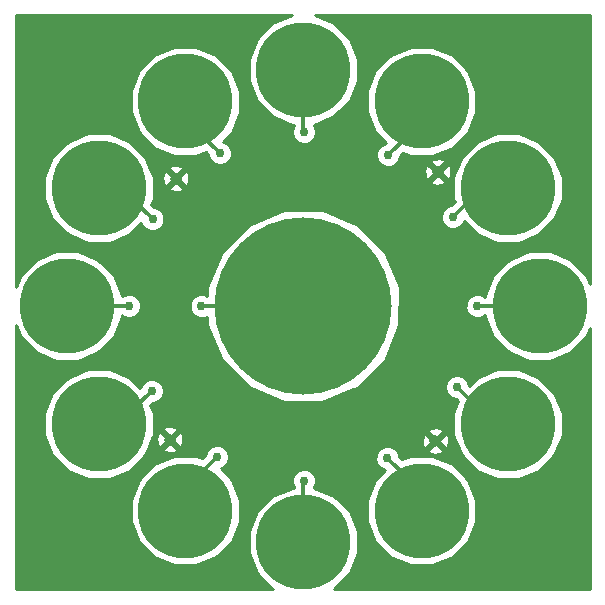
<source format=gtl>
%TF.GenerationSoftware,KiCad,Pcbnew,4.0.2-4+6225~38~ubuntu14.04.1-stable*%
%TF.CreationDate,2016-04-11T13:56:08+01:00*%
%TF.ProjectId,clockface,636C6F636B666163652E6B696361645F,rev?*%
%TF.FileFunction,Copper,L1,Top,Signal*%
%FSLAX46Y46*%
G04 Gerber Fmt 4.6, Leading zero omitted, Abs format (unit mm)*
G04 Created by KiCad (PCBNEW 4.0.2-4+6225~38~ubuntu14.04.1-stable) date Mon 11 Apr 2016 13:56:08 BST*
%MOMM*%
G01*
G04 APERTURE LIST*
%ADD10C,0.100000*%
%ADD11C,1.000000*%
%ADD12C,15.000000*%
%ADD13C,8.000000*%
%ADD14C,0.750000*%
%ADD15C,0.305000*%
%ADD16C,0.254000*%
G04 APERTURE END LIST*
D10*
D11*
X137074001Y-83136000D03*
X159248201Y-82577200D03*
X159045001Y-105361000D03*
X136566001Y-105234000D03*
D12*
X147869001Y-93931000D03*
D13*
X147869001Y-73931000D03*
X157869000Y-76610492D03*
X165189509Y-83931000D03*
X167869001Y-93931000D03*
X165189509Y-103930999D03*
X157869000Y-111251508D03*
X147869001Y-113931000D03*
X137869001Y-111251508D03*
X130548493Y-103931000D03*
X127869001Y-93931000D03*
X130548493Y-83931000D03*
X137869001Y-76610492D03*
D14*
X164252001Y-77421000D03*
X131485640Y-77294740D03*
X164633001Y-110696101D03*
X131168140Y-110632240D03*
X140807801Y-81002400D03*
X135092801Y-86565740D03*
X133111601Y-93905600D03*
X135016601Y-101119200D03*
X140566140Y-106707200D03*
X147932140Y-108713800D03*
X154981001Y-106783400D03*
X160873801Y-100789000D03*
X162601001Y-93931740D03*
X160505140Y-86412600D03*
X155057201Y-81129400D03*
X139233191Y-93931190D03*
X147932140Y-79199000D03*
D15*
X159426001Y-82247000D02*
X164252001Y-77421000D01*
X159426001Y-82755000D02*
X159426001Y-82247000D01*
X134153001Y-107647379D02*
X134153001Y-107647000D01*
X134153001Y-107647000D02*
X136566001Y-105234000D01*
X159045001Y-105361000D02*
X159297900Y-105361000D01*
X159297900Y-105361000D02*
X161585001Y-107648101D01*
X131485640Y-77294740D02*
X131485640Y-77547639D01*
X131485640Y-77547639D02*
X137074001Y-83136000D01*
X164633001Y-110696101D02*
X161585001Y-107648101D01*
X134153001Y-107647379D02*
X131168140Y-110632240D01*
X161585001Y-107648101D02*
X161585001Y-107647000D01*
X140807801Y-81002400D02*
X137869001Y-78063600D01*
X137869001Y-78063600D02*
X137869001Y-76610492D01*
X135092801Y-86565740D02*
X132458061Y-83931000D01*
X132458061Y-83931000D02*
X130548493Y-83931000D01*
X133086201Y-93931000D02*
X127869001Y-93931000D01*
X133111601Y-93905600D02*
X133086201Y-93931000D01*
X127894401Y-93905600D02*
X127869001Y-93931000D01*
X135016601Y-101119200D02*
X132204801Y-103931000D01*
X132204801Y-103931000D02*
X130548493Y-103931000D01*
X140566140Y-106707200D02*
X137869001Y-109404339D01*
X137869001Y-109404339D02*
X137869001Y-111251508D01*
X147869001Y-113931000D02*
X147869001Y-108776939D01*
X147869001Y-108776939D02*
X147932140Y-108713800D01*
X154981001Y-106783400D02*
X157869000Y-109671399D01*
X157869000Y-109671399D02*
X157869000Y-111251508D01*
X160873801Y-100789000D02*
X164015800Y-103930999D01*
X164015800Y-103930999D02*
X165189509Y-103930999D01*
X167869001Y-93931000D02*
X162601741Y-93931000D01*
X162601741Y-93931000D02*
X162601001Y-93931740D01*
X167843601Y-93905600D02*
X167869001Y-93931000D01*
X160505140Y-86412600D02*
X162986740Y-83931000D01*
X162986740Y-83931000D02*
X165189509Y-83931000D01*
X155057201Y-81129400D02*
X157869000Y-78317601D01*
X157869000Y-78317601D02*
X157869000Y-76610492D01*
X147869001Y-93931000D02*
X139233381Y-93931000D01*
X139233381Y-93931000D02*
X139233191Y-93931190D01*
X147869001Y-73931000D02*
X147869001Y-79135861D01*
X147869001Y-79135861D02*
X147932140Y-79199000D01*
D16*
G36*
X145246914Y-69999347D02*
X143941930Y-71302055D01*
X143234807Y-73004997D01*
X143233198Y-74848914D01*
X143937348Y-76553087D01*
X145240056Y-77858071D01*
X146942998Y-78565194D01*
X147081501Y-78565315D01*
X147081501Y-78621045D01*
X147076403Y-78626134D01*
X146922316Y-78997217D01*
X146921965Y-79399020D01*
X147075404Y-79770372D01*
X147359274Y-80054737D01*
X147730357Y-80208824D01*
X148132160Y-80209175D01*
X148503512Y-80055736D01*
X148787877Y-79771866D01*
X148941964Y-79400783D01*
X148942315Y-78998980D01*
X148788876Y-78627628D01*
X148728106Y-78566752D01*
X148786915Y-78566803D01*
X150491088Y-77862653D01*
X150825918Y-77528406D01*
X153233197Y-77528406D01*
X153937347Y-79232579D01*
X154832590Y-80129386D01*
X154485829Y-80272664D01*
X154201464Y-80556534D01*
X154047377Y-80927617D01*
X154047026Y-81329420D01*
X154200465Y-81700772D01*
X154484335Y-81985137D01*
X154855418Y-82139224D01*
X155257221Y-82139575D01*
X155628573Y-81986136D01*
X155827960Y-81787096D01*
X158637702Y-81787096D01*
X159248201Y-82397595D01*
X159858700Y-81787096D01*
X159821553Y-81571983D01*
X159393229Y-81429088D01*
X158942826Y-81460983D01*
X158674849Y-81571983D01*
X158637702Y-81787096D01*
X155827960Y-81787096D01*
X155912938Y-81702266D01*
X156067025Y-81331183D01*
X156067111Y-81233184D01*
X156315972Y-80984323D01*
X156942997Y-81244686D01*
X158786914Y-81246295D01*
X160491087Y-80542145D01*
X161796071Y-79239437D01*
X162503194Y-77536495D01*
X162504803Y-75692578D01*
X161800653Y-73988405D01*
X160497945Y-72683421D01*
X158795003Y-71976298D01*
X156951086Y-71974689D01*
X155246913Y-72678839D01*
X153941929Y-73981547D01*
X153234806Y-75684489D01*
X153233197Y-77528406D01*
X150825918Y-77528406D01*
X151796072Y-76559945D01*
X152503195Y-74857003D01*
X152504804Y-73013086D01*
X151800654Y-71308913D01*
X150497946Y-70003929D01*
X148834003Y-69313000D01*
X172107000Y-69313000D01*
X172107000Y-92050327D01*
X171800654Y-91308913D01*
X170497946Y-90003929D01*
X168795004Y-89296806D01*
X166951087Y-89295197D01*
X165246914Y-89999347D01*
X163941930Y-91302055D01*
X163234807Y-93004997D01*
X163234692Y-93136934D01*
X163173867Y-93076003D01*
X162802784Y-92921916D01*
X162400981Y-92921565D01*
X162029629Y-93075004D01*
X161745264Y-93358874D01*
X161591177Y-93729957D01*
X161590826Y-94131760D01*
X161744265Y-94503112D01*
X162028135Y-94787477D01*
X162399218Y-94941564D01*
X162801021Y-94941915D01*
X163172373Y-94788476D01*
X163233304Y-94727651D01*
X163233198Y-94848914D01*
X163937348Y-96553087D01*
X165240056Y-97858071D01*
X166942998Y-98565194D01*
X168786915Y-98566803D01*
X170491088Y-97862653D01*
X171796072Y-96559945D01*
X172107000Y-95811147D01*
X172107000Y-117893000D01*
X150417643Y-117893000D01*
X150491088Y-117862653D01*
X151796072Y-116559945D01*
X152503195Y-114857003D01*
X152504804Y-113013086D01*
X152156210Y-112169422D01*
X153233197Y-112169422D01*
X153937347Y-113873595D01*
X155240055Y-115178579D01*
X156942997Y-115885702D01*
X158786914Y-115887311D01*
X160491087Y-115183161D01*
X161796071Y-113880453D01*
X162503194Y-112177511D01*
X162504803Y-110333594D01*
X161800653Y-108629421D01*
X160497945Y-107324437D01*
X158795003Y-106617314D01*
X156951086Y-106615705D01*
X156226424Y-106915129D01*
X155991092Y-106679797D01*
X155991176Y-106583380D01*
X155837737Y-106212028D01*
X155776920Y-106151104D01*
X158434502Y-106151104D01*
X158471649Y-106366217D01*
X158899973Y-106509112D01*
X159350376Y-106477217D01*
X159618353Y-106366217D01*
X159655500Y-106151104D01*
X159045001Y-105540605D01*
X158434502Y-106151104D01*
X155776920Y-106151104D01*
X155553867Y-105927663D01*
X155182784Y-105773576D01*
X154780981Y-105773225D01*
X154409629Y-105926664D01*
X154125264Y-106210534D01*
X153971177Y-106581617D01*
X153970826Y-106983420D01*
X154124265Y-107354772D01*
X154408135Y-107639137D01*
X154774627Y-107791318D01*
X153941929Y-108622563D01*
X153234806Y-110325505D01*
X153233197Y-112169422D01*
X152156210Y-112169422D01*
X151800654Y-111308913D01*
X150497946Y-110003929D01*
X148795004Y-109296806D01*
X148777734Y-109296791D01*
X148787877Y-109286666D01*
X148941964Y-108915583D01*
X148942315Y-108513780D01*
X148788876Y-108142428D01*
X148505006Y-107858063D01*
X148133923Y-107703976D01*
X147732120Y-107703625D01*
X147360768Y-107857064D01*
X147076403Y-108140934D01*
X146922316Y-108512017D01*
X146921965Y-108913820D01*
X147075404Y-109285172D01*
X147081501Y-109291280D01*
X147081501Y-109295311D01*
X146951087Y-109295197D01*
X145246914Y-109999347D01*
X143941930Y-111302055D01*
X143234807Y-113004997D01*
X143233198Y-114848914D01*
X143937348Y-116553087D01*
X145240056Y-117858071D01*
X145324174Y-117893000D01*
X123527000Y-117893000D01*
X123527000Y-112169422D01*
X133233198Y-112169422D01*
X133937348Y-113873595D01*
X135240056Y-115178579D01*
X136942998Y-115885702D01*
X138786915Y-115887311D01*
X140491088Y-115183161D01*
X141796072Y-113880453D01*
X142503195Y-112177511D01*
X142504804Y-110333594D01*
X141800654Y-108629421D01*
X140853977Y-107681090D01*
X141137512Y-107563936D01*
X141421877Y-107280066D01*
X141575964Y-106908983D01*
X141576315Y-106507180D01*
X141422876Y-106135828D01*
X141139006Y-105851463D01*
X140767923Y-105697376D01*
X140366120Y-105697025D01*
X139994768Y-105850464D01*
X139710403Y-106134334D01*
X139556316Y-106505417D01*
X139556230Y-106603416D01*
X139323063Y-106836583D01*
X138795004Y-106617314D01*
X136951087Y-106615705D01*
X135246914Y-107319855D01*
X133941930Y-108622563D01*
X133234807Y-110325505D01*
X133233198Y-112169422D01*
X123527000Y-112169422D01*
X123527000Y-104848914D01*
X125912690Y-104848914D01*
X126616840Y-106553087D01*
X127919548Y-107858071D01*
X129622490Y-108565194D01*
X131466407Y-108566803D01*
X133170580Y-107862653D01*
X134475564Y-106559945D01*
X134698064Y-106024104D01*
X135955502Y-106024104D01*
X135992649Y-106239217D01*
X136420973Y-106382112D01*
X136871376Y-106350217D01*
X137139353Y-106239217D01*
X137176500Y-106024104D01*
X136566001Y-105413605D01*
X135955502Y-106024104D01*
X134698064Y-106024104D01*
X135086365Y-105088972D01*
X135417889Y-105088972D01*
X135449784Y-105539375D01*
X135560784Y-105807352D01*
X135775897Y-105844499D01*
X136386396Y-105234000D01*
X136745606Y-105234000D01*
X137356105Y-105844499D01*
X137571218Y-105807352D01*
X137714113Y-105379028D01*
X137702567Y-105215972D01*
X157896889Y-105215972D01*
X157928784Y-105666375D01*
X158039784Y-105934352D01*
X158254897Y-105971499D01*
X158865396Y-105361000D01*
X159224606Y-105361000D01*
X159835105Y-105971499D01*
X160050218Y-105934352D01*
X160193113Y-105506028D01*
X160161218Y-105055625D01*
X160050218Y-104787648D01*
X159835105Y-104750501D01*
X159224606Y-105361000D01*
X158865396Y-105361000D01*
X158254897Y-104750501D01*
X158039784Y-104787648D01*
X157896889Y-105215972D01*
X137702567Y-105215972D01*
X137682218Y-104928625D01*
X137571218Y-104660648D01*
X137356105Y-104623501D01*
X136745606Y-105234000D01*
X136386396Y-105234000D01*
X135775897Y-104623501D01*
X135560784Y-104660648D01*
X135417889Y-105088972D01*
X135086365Y-105088972D01*
X135182687Y-104857003D01*
X135183047Y-104443896D01*
X135955502Y-104443896D01*
X136566001Y-105054395D01*
X137049500Y-104570896D01*
X158434502Y-104570896D01*
X159045001Y-105181395D01*
X159655500Y-104570896D01*
X159618353Y-104355783D01*
X159190029Y-104212888D01*
X158739626Y-104244783D01*
X158471649Y-104355783D01*
X158434502Y-104570896D01*
X137049500Y-104570896D01*
X137176500Y-104443896D01*
X137139353Y-104228783D01*
X136711029Y-104085888D01*
X136260626Y-104117783D01*
X135992649Y-104228783D01*
X135955502Y-104443896D01*
X135183047Y-104443896D01*
X135184296Y-103013086D01*
X134907151Y-102342343D01*
X135120203Y-102129291D01*
X135216621Y-102129375D01*
X135587973Y-101975936D01*
X135872338Y-101692066D01*
X136026425Y-101320983D01*
X136026776Y-100919180D01*
X135873337Y-100547828D01*
X135589467Y-100263463D01*
X135218384Y-100109376D01*
X134816581Y-100109025D01*
X134445229Y-100262464D01*
X134160864Y-100546334D01*
X134031029Y-100859011D01*
X133177438Y-100003929D01*
X131474496Y-99296806D01*
X129630579Y-99295197D01*
X127926406Y-99999347D01*
X126621422Y-101302055D01*
X125914299Y-103004997D01*
X125912690Y-104848914D01*
X123527000Y-104848914D01*
X123527000Y-95559969D01*
X123937348Y-96553087D01*
X125240056Y-97858071D01*
X126942998Y-98565194D01*
X128786915Y-98566803D01*
X130491088Y-97862653D01*
X131796072Y-96559945D01*
X132503195Y-94857003D01*
X132503309Y-94725850D01*
X132538735Y-94761337D01*
X132909818Y-94915424D01*
X133311621Y-94915775D01*
X133682973Y-94762336D01*
X133967338Y-94478466D01*
X134111531Y-94131210D01*
X138223016Y-94131210D01*
X138376455Y-94502562D01*
X138660325Y-94786927D01*
X139031408Y-94941014D01*
X139433211Y-94941365D01*
X139733224Y-94817402D01*
X139732592Y-95542052D01*
X140968462Y-98533087D01*
X143254877Y-100823496D01*
X146243750Y-102064585D01*
X149480053Y-102067409D01*
X152089954Y-100989020D01*
X159863626Y-100989020D01*
X160017065Y-101360372D01*
X160300935Y-101644737D01*
X160672018Y-101798824D01*
X160770017Y-101798910D01*
X160972180Y-102001073D01*
X160555315Y-103004996D01*
X160553706Y-104848913D01*
X161257856Y-106553086D01*
X162560564Y-107858070D01*
X164263506Y-108565193D01*
X166107423Y-108566802D01*
X167811596Y-107862652D01*
X169116580Y-106559944D01*
X169823703Y-104857002D01*
X169825312Y-103013085D01*
X169121162Y-101308912D01*
X167818454Y-100003928D01*
X166115512Y-99296805D01*
X164271595Y-99295196D01*
X162567422Y-99999346D01*
X161883895Y-100681681D01*
X161883976Y-100588980D01*
X161730537Y-100217628D01*
X161446667Y-99933263D01*
X161075584Y-99779176D01*
X160673781Y-99778825D01*
X160302429Y-99932264D01*
X160018064Y-100216134D01*
X159863977Y-100587217D01*
X159863626Y-100989020D01*
X152089954Y-100989020D01*
X152471088Y-100831539D01*
X154761497Y-98545124D01*
X156002586Y-95556251D01*
X156005410Y-92319948D01*
X154769540Y-89328913D01*
X152483125Y-87038504D01*
X151457483Y-86612620D01*
X159494965Y-86612620D01*
X159648404Y-86983972D01*
X159932274Y-87268337D01*
X160303357Y-87422424D01*
X160705160Y-87422775D01*
X161076512Y-87269336D01*
X161360877Y-86985466D01*
X161457410Y-86752989D01*
X162560564Y-87858071D01*
X164263506Y-88565194D01*
X166107423Y-88566803D01*
X167811596Y-87862653D01*
X169116580Y-86559945D01*
X169823703Y-84857003D01*
X169825312Y-83013086D01*
X169121162Y-81308913D01*
X167818454Y-80003929D01*
X166115512Y-79296806D01*
X164271595Y-79295197D01*
X162567422Y-79999347D01*
X161262438Y-81302055D01*
X160555315Y-83004997D01*
X160553706Y-84848914D01*
X160671076Y-85132971D01*
X160401537Y-85402509D01*
X160305120Y-85402425D01*
X159933768Y-85555864D01*
X159649403Y-85839734D01*
X159495316Y-86210817D01*
X159494965Y-86612620D01*
X151457483Y-86612620D01*
X149494252Y-85797415D01*
X146257949Y-85794591D01*
X143266914Y-87030461D01*
X140976505Y-89316876D01*
X139735416Y-92305749D01*
X139734770Y-93045852D01*
X139434974Y-92921366D01*
X139033171Y-92921015D01*
X138661819Y-93074454D01*
X138377454Y-93358324D01*
X138223367Y-93729407D01*
X138223016Y-94131210D01*
X134111531Y-94131210D01*
X134121425Y-94107383D01*
X134121776Y-93705580D01*
X133968337Y-93334228D01*
X133684467Y-93049863D01*
X133313384Y-92895776D01*
X132911581Y-92895425D01*
X132540229Y-93048864D01*
X132504742Y-93084289D01*
X132504804Y-93013086D01*
X131800654Y-91308913D01*
X130497946Y-90003929D01*
X128795004Y-89296806D01*
X126951087Y-89295197D01*
X125246914Y-89999347D01*
X123941930Y-91302055D01*
X123527000Y-92301318D01*
X123527000Y-84848914D01*
X125912690Y-84848914D01*
X126616840Y-86553087D01*
X127919548Y-87858071D01*
X129622490Y-88565194D01*
X131466407Y-88566803D01*
X133170580Y-87862653D01*
X134137165Y-86897754D01*
X134236065Y-87137112D01*
X134519935Y-87421477D01*
X134891018Y-87575564D01*
X135292821Y-87575915D01*
X135664173Y-87422476D01*
X135948538Y-87138606D01*
X136102625Y-86767523D01*
X136102976Y-86365720D01*
X135949537Y-85994368D01*
X135665667Y-85710003D01*
X135294584Y-85555916D01*
X135196585Y-85555830D01*
X134981726Y-85340971D01*
X135182687Y-84857003D01*
X135183499Y-83926104D01*
X136463502Y-83926104D01*
X136500649Y-84141217D01*
X136928973Y-84284112D01*
X137379376Y-84252217D01*
X137647353Y-84141217D01*
X137684500Y-83926104D01*
X137074001Y-83315605D01*
X136463502Y-83926104D01*
X135183499Y-83926104D01*
X135184296Y-83013086D01*
X135175159Y-82990972D01*
X135925889Y-82990972D01*
X135957784Y-83441375D01*
X136068784Y-83709352D01*
X136283897Y-83746499D01*
X136894396Y-83136000D01*
X137253606Y-83136000D01*
X137864105Y-83746499D01*
X138079218Y-83709352D01*
X138193330Y-83367304D01*
X158637702Y-83367304D01*
X158674849Y-83582417D01*
X159103173Y-83725312D01*
X159553576Y-83693417D01*
X159821553Y-83582417D01*
X159858700Y-83367304D01*
X159248201Y-82756805D01*
X158637702Y-83367304D01*
X138193330Y-83367304D01*
X138222113Y-83281028D01*
X138190218Y-82830625D01*
X138079218Y-82562648D01*
X137864105Y-82525501D01*
X137253606Y-83136000D01*
X136894396Y-83136000D01*
X136283897Y-82525501D01*
X136068784Y-82562648D01*
X135925889Y-82990972D01*
X135175159Y-82990972D01*
X134908619Y-82345896D01*
X136463502Y-82345896D01*
X137074001Y-82956395D01*
X137598224Y-82432172D01*
X158100089Y-82432172D01*
X158131984Y-82882575D01*
X158242984Y-83150552D01*
X158458097Y-83187699D01*
X159068596Y-82577200D01*
X159427806Y-82577200D01*
X160038305Y-83187699D01*
X160253418Y-83150552D01*
X160396313Y-82722228D01*
X160364418Y-82271825D01*
X160253418Y-82003848D01*
X160038305Y-81966701D01*
X159427806Y-82577200D01*
X159068596Y-82577200D01*
X158458097Y-81966701D01*
X158242984Y-82003848D01*
X158100089Y-82432172D01*
X137598224Y-82432172D01*
X137684500Y-82345896D01*
X137647353Y-82130783D01*
X137219029Y-81987888D01*
X136768626Y-82019783D01*
X136500649Y-82130783D01*
X136463502Y-82345896D01*
X134908619Y-82345896D01*
X134480146Y-81308913D01*
X133177438Y-80003929D01*
X131474496Y-79296806D01*
X129630579Y-79295197D01*
X127926406Y-79999347D01*
X126621422Y-81302055D01*
X125914299Y-83004997D01*
X125912690Y-84848914D01*
X123527000Y-84848914D01*
X123527000Y-77528406D01*
X133233198Y-77528406D01*
X133937348Y-79232579D01*
X135240056Y-80537563D01*
X136942998Y-81244686D01*
X138786915Y-81246295D01*
X139601446Y-80909738D01*
X139797710Y-81106002D01*
X139797626Y-81202420D01*
X139951065Y-81573772D01*
X140234935Y-81858137D01*
X140606018Y-82012224D01*
X141007821Y-82012575D01*
X141379173Y-81859136D01*
X141663538Y-81575266D01*
X141817625Y-81204183D01*
X141817976Y-80802380D01*
X141664537Y-80431028D01*
X141380667Y-80146663D01*
X141032207Y-80001970D01*
X141796072Y-79239437D01*
X142503195Y-77536495D01*
X142504804Y-75692578D01*
X141800654Y-73988405D01*
X140497946Y-72683421D01*
X138795004Y-71976298D01*
X136951087Y-71974689D01*
X135246914Y-72678839D01*
X133941930Y-73981547D01*
X133234807Y-75684489D01*
X133233198Y-77528406D01*
X123527000Y-77528406D01*
X123527000Y-69313000D01*
X146908000Y-69313000D01*
X145246914Y-69999347D01*
X145246914Y-69999347D01*
G37*
X145246914Y-69999347D02*
X143941930Y-71302055D01*
X143234807Y-73004997D01*
X143233198Y-74848914D01*
X143937348Y-76553087D01*
X145240056Y-77858071D01*
X146942998Y-78565194D01*
X147081501Y-78565315D01*
X147081501Y-78621045D01*
X147076403Y-78626134D01*
X146922316Y-78997217D01*
X146921965Y-79399020D01*
X147075404Y-79770372D01*
X147359274Y-80054737D01*
X147730357Y-80208824D01*
X148132160Y-80209175D01*
X148503512Y-80055736D01*
X148787877Y-79771866D01*
X148941964Y-79400783D01*
X148942315Y-78998980D01*
X148788876Y-78627628D01*
X148728106Y-78566752D01*
X148786915Y-78566803D01*
X150491088Y-77862653D01*
X150825918Y-77528406D01*
X153233197Y-77528406D01*
X153937347Y-79232579D01*
X154832590Y-80129386D01*
X154485829Y-80272664D01*
X154201464Y-80556534D01*
X154047377Y-80927617D01*
X154047026Y-81329420D01*
X154200465Y-81700772D01*
X154484335Y-81985137D01*
X154855418Y-82139224D01*
X155257221Y-82139575D01*
X155628573Y-81986136D01*
X155827960Y-81787096D01*
X158637702Y-81787096D01*
X159248201Y-82397595D01*
X159858700Y-81787096D01*
X159821553Y-81571983D01*
X159393229Y-81429088D01*
X158942826Y-81460983D01*
X158674849Y-81571983D01*
X158637702Y-81787096D01*
X155827960Y-81787096D01*
X155912938Y-81702266D01*
X156067025Y-81331183D01*
X156067111Y-81233184D01*
X156315972Y-80984323D01*
X156942997Y-81244686D01*
X158786914Y-81246295D01*
X160491087Y-80542145D01*
X161796071Y-79239437D01*
X162503194Y-77536495D01*
X162504803Y-75692578D01*
X161800653Y-73988405D01*
X160497945Y-72683421D01*
X158795003Y-71976298D01*
X156951086Y-71974689D01*
X155246913Y-72678839D01*
X153941929Y-73981547D01*
X153234806Y-75684489D01*
X153233197Y-77528406D01*
X150825918Y-77528406D01*
X151796072Y-76559945D01*
X152503195Y-74857003D01*
X152504804Y-73013086D01*
X151800654Y-71308913D01*
X150497946Y-70003929D01*
X148834003Y-69313000D01*
X172107000Y-69313000D01*
X172107000Y-92050327D01*
X171800654Y-91308913D01*
X170497946Y-90003929D01*
X168795004Y-89296806D01*
X166951087Y-89295197D01*
X165246914Y-89999347D01*
X163941930Y-91302055D01*
X163234807Y-93004997D01*
X163234692Y-93136934D01*
X163173867Y-93076003D01*
X162802784Y-92921916D01*
X162400981Y-92921565D01*
X162029629Y-93075004D01*
X161745264Y-93358874D01*
X161591177Y-93729957D01*
X161590826Y-94131760D01*
X161744265Y-94503112D01*
X162028135Y-94787477D01*
X162399218Y-94941564D01*
X162801021Y-94941915D01*
X163172373Y-94788476D01*
X163233304Y-94727651D01*
X163233198Y-94848914D01*
X163937348Y-96553087D01*
X165240056Y-97858071D01*
X166942998Y-98565194D01*
X168786915Y-98566803D01*
X170491088Y-97862653D01*
X171796072Y-96559945D01*
X172107000Y-95811147D01*
X172107000Y-117893000D01*
X150417643Y-117893000D01*
X150491088Y-117862653D01*
X151796072Y-116559945D01*
X152503195Y-114857003D01*
X152504804Y-113013086D01*
X152156210Y-112169422D01*
X153233197Y-112169422D01*
X153937347Y-113873595D01*
X155240055Y-115178579D01*
X156942997Y-115885702D01*
X158786914Y-115887311D01*
X160491087Y-115183161D01*
X161796071Y-113880453D01*
X162503194Y-112177511D01*
X162504803Y-110333594D01*
X161800653Y-108629421D01*
X160497945Y-107324437D01*
X158795003Y-106617314D01*
X156951086Y-106615705D01*
X156226424Y-106915129D01*
X155991092Y-106679797D01*
X155991176Y-106583380D01*
X155837737Y-106212028D01*
X155776920Y-106151104D01*
X158434502Y-106151104D01*
X158471649Y-106366217D01*
X158899973Y-106509112D01*
X159350376Y-106477217D01*
X159618353Y-106366217D01*
X159655500Y-106151104D01*
X159045001Y-105540605D01*
X158434502Y-106151104D01*
X155776920Y-106151104D01*
X155553867Y-105927663D01*
X155182784Y-105773576D01*
X154780981Y-105773225D01*
X154409629Y-105926664D01*
X154125264Y-106210534D01*
X153971177Y-106581617D01*
X153970826Y-106983420D01*
X154124265Y-107354772D01*
X154408135Y-107639137D01*
X154774627Y-107791318D01*
X153941929Y-108622563D01*
X153234806Y-110325505D01*
X153233197Y-112169422D01*
X152156210Y-112169422D01*
X151800654Y-111308913D01*
X150497946Y-110003929D01*
X148795004Y-109296806D01*
X148777734Y-109296791D01*
X148787877Y-109286666D01*
X148941964Y-108915583D01*
X148942315Y-108513780D01*
X148788876Y-108142428D01*
X148505006Y-107858063D01*
X148133923Y-107703976D01*
X147732120Y-107703625D01*
X147360768Y-107857064D01*
X147076403Y-108140934D01*
X146922316Y-108512017D01*
X146921965Y-108913820D01*
X147075404Y-109285172D01*
X147081501Y-109291280D01*
X147081501Y-109295311D01*
X146951087Y-109295197D01*
X145246914Y-109999347D01*
X143941930Y-111302055D01*
X143234807Y-113004997D01*
X143233198Y-114848914D01*
X143937348Y-116553087D01*
X145240056Y-117858071D01*
X145324174Y-117893000D01*
X123527000Y-117893000D01*
X123527000Y-112169422D01*
X133233198Y-112169422D01*
X133937348Y-113873595D01*
X135240056Y-115178579D01*
X136942998Y-115885702D01*
X138786915Y-115887311D01*
X140491088Y-115183161D01*
X141796072Y-113880453D01*
X142503195Y-112177511D01*
X142504804Y-110333594D01*
X141800654Y-108629421D01*
X140853977Y-107681090D01*
X141137512Y-107563936D01*
X141421877Y-107280066D01*
X141575964Y-106908983D01*
X141576315Y-106507180D01*
X141422876Y-106135828D01*
X141139006Y-105851463D01*
X140767923Y-105697376D01*
X140366120Y-105697025D01*
X139994768Y-105850464D01*
X139710403Y-106134334D01*
X139556316Y-106505417D01*
X139556230Y-106603416D01*
X139323063Y-106836583D01*
X138795004Y-106617314D01*
X136951087Y-106615705D01*
X135246914Y-107319855D01*
X133941930Y-108622563D01*
X133234807Y-110325505D01*
X133233198Y-112169422D01*
X123527000Y-112169422D01*
X123527000Y-104848914D01*
X125912690Y-104848914D01*
X126616840Y-106553087D01*
X127919548Y-107858071D01*
X129622490Y-108565194D01*
X131466407Y-108566803D01*
X133170580Y-107862653D01*
X134475564Y-106559945D01*
X134698064Y-106024104D01*
X135955502Y-106024104D01*
X135992649Y-106239217D01*
X136420973Y-106382112D01*
X136871376Y-106350217D01*
X137139353Y-106239217D01*
X137176500Y-106024104D01*
X136566001Y-105413605D01*
X135955502Y-106024104D01*
X134698064Y-106024104D01*
X135086365Y-105088972D01*
X135417889Y-105088972D01*
X135449784Y-105539375D01*
X135560784Y-105807352D01*
X135775897Y-105844499D01*
X136386396Y-105234000D01*
X136745606Y-105234000D01*
X137356105Y-105844499D01*
X137571218Y-105807352D01*
X137714113Y-105379028D01*
X137702567Y-105215972D01*
X157896889Y-105215972D01*
X157928784Y-105666375D01*
X158039784Y-105934352D01*
X158254897Y-105971499D01*
X158865396Y-105361000D01*
X159224606Y-105361000D01*
X159835105Y-105971499D01*
X160050218Y-105934352D01*
X160193113Y-105506028D01*
X160161218Y-105055625D01*
X160050218Y-104787648D01*
X159835105Y-104750501D01*
X159224606Y-105361000D01*
X158865396Y-105361000D01*
X158254897Y-104750501D01*
X158039784Y-104787648D01*
X157896889Y-105215972D01*
X137702567Y-105215972D01*
X137682218Y-104928625D01*
X137571218Y-104660648D01*
X137356105Y-104623501D01*
X136745606Y-105234000D01*
X136386396Y-105234000D01*
X135775897Y-104623501D01*
X135560784Y-104660648D01*
X135417889Y-105088972D01*
X135086365Y-105088972D01*
X135182687Y-104857003D01*
X135183047Y-104443896D01*
X135955502Y-104443896D01*
X136566001Y-105054395D01*
X137049500Y-104570896D01*
X158434502Y-104570896D01*
X159045001Y-105181395D01*
X159655500Y-104570896D01*
X159618353Y-104355783D01*
X159190029Y-104212888D01*
X158739626Y-104244783D01*
X158471649Y-104355783D01*
X158434502Y-104570896D01*
X137049500Y-104570896D01*
X137176500Y-104443896D01*
X137139353Y-104228783D01*
X136711029Y-104085888D01*
X136260626Y-104117783D01*
X135992649Y-104228783D01*
X135955502Y-104443896D01*
X135183047Y-104443896D01*
X135184296Y-103013086D01*
X134907151Y-102342343D01*
X135120203Y-102129291D01*
X135216621Y-102129375D01*
X135587973Y-101975936D01*
X135872338Y-101692066D01*
X136026425Y-101320983D01*
X136026776Y-100919180D01*
X135873337Y-100547828D01*
X135589467Y-100263463D01*
X135218384Y-100109376D01*
X134816581Y-100109025D01*
X134445229Y-100262464D01*
X134160864Y-100546334D01*
X134031029Y-100859011D01*
X133177438Y-100003929D01*
X131474496Y-99296806D01*
X129630579Y-99295197D01*
X127926406Y-99999347D01*
X126621422Y-101302055D01*
X125914299Y-103004997D01*
X125912690Y-104848914D01*
X123527000Y-104848914D01*
X123527000Y-95559969D01*
X123937348Y-96553087D01*
X125240056Y-97858071D01*
X126942998Y-98565194D01*
X128786915Y-98566803D01*
X130491088Y-97862653D01*
X131796072Y-96559945D01*
X132503195Y-94857003D01*
X132503309Y-94725850D01*
X132538735Y-94761337D01*
X132909818Y-94915424D01*
X133311621Y-94915775D01*
X133682973Y-94762336D01*
X133967338Y-94478466D01*
X134111531Y-94131210D01*
X138223016Y-94131210D01*
X138376455Y-94502562D01*
X138660325Y-94786927D01*
X139031408Y-94941014D01*
X139433211Y-94941365D01*
X139733224Y-94817402D01*
X139732592Y-95542052D01*
X140968462Y-98533087D01*
X143254877Y-100823496D01*
X146243750Y-102064585D01*
X149480053Y-102067409D01*
X152089954Y-100989020D01*
X159863626Y-100989020D01*
X160017065Y-101360372D01*
X160300935Y-101644737D01*
X160672018Y-101798824D01*
X160770017Y-101798910D01*
X160972180Y-102001073D01*
X160555315Y-103004996D01*
X160553706Y-104848913D01*
X161257856Y-106553086D01*
X162560564Y-107858070D01*
X164263506Y-108565193D01*
X166107423Y-108566802D01*
X167811596Y-107862652D01*
X169116580Y-106559944D01*
X169823703Y-104857002D01*
X169825312Y-103013085D01*
X169121162Y-101308912D01*
X167818454Y-100003928D01*
X166115512Y-99296805D01*
X164271595Y-99295196D01*
X162567422Y-99999346D01*
X161883895Y-100681681D01*
X161883976Y-100588980D01*
X161730537Y-100217628D01*
X161446667Y-99933263D01*
X161075584Y-99779176D01*
X160673781Y-99778825D01*
X160302429Y-99932264D01*
X160018064Y-100216134D01*
X159863977Y-100587217D01*
X159863626Y-100989020D01*
X152089954Y-100989020D01*
X152471088Y-100831539D01*
X154761497Y-98545124D01*
X156002586Y-95556251D01*
X156005410Y-92319948D01*
X154769540Y-89328913D01*
X152483125Y-87038504D01*
X151457483Y-86612620D01*
X159494965Y-86612620D01*
X159648404Y-86983972D01*
X159932274Y-87268337D01*
X160303357Y-87422424D01*
X160705160Y-87422775D01*
X161076512Y-87269336D01*
X161360877Y-86985466D01*
X161457410Y-86752989D01*
X162560564Y-87858071D01*
X164263506Y-88565194D01*
X166107423Y-88566803D01*
X167811596Y-87862653D01*
X169116580Y-86559945D01*
X169823703Y-84857003D01*
X169825312Y-83013086D01*
X169121162Y-81308913D01*
X167818454Y-80003929D01*
X166115512Y-79296806D01*
X164271595Y-79295197D01*
X162567422Y-79999347D01*
X161262438Y-81302055D01*
X160555315Y-83004997D01*
X160553706Y-84848914D01*
X160671076Y-85132971D01*
X160401537Y-85402509D01*
X160305120Y-85402425D01*
X159933768Y-85555864D01*
X159649403Y-85839734D01*
X159495316Y-86210817D01*
X159494965Y-86612620D01*
X151457483Y-86612620D01*
X149494252Y-85797415D01*
X146257949Y-85794591D01*
X143266914Y-87030461D01*
X140976505Y-89316876D01*
X139735416Y-92305749D01*
X139734770Y-93045852D01*
X139434974Y-92921366D01*
X139033171Y-92921015D01*
X138661819Y-93074454D01*
X138377454Y-93358324D01*
X138223367Y-93729407D01*
X138223016Y-94131210D01*
X134111531Y-94131210D01*
X134121425Y-94107383D01*
X134121776Y-93705580D01*
X133968337Y-93334228D01*
X133684467Y-93049863D01*
X133313384Y-92895776D01*
X132911581Y-92895425D01*
X132540229Y-93048864D01*
X132504742Y-93084289D01*
X132504804Y-93013086D01*
X131800654Y-91308913D01*
X130497946Y-90003929D01*
X128795004Y-89296806D01*
X126951087Y-89295197D01*
X125246914Y-89999347D01*
X123941930Y-91302055D01*
X123527000Y-92301318D01*
X123527000Y-84848914D01*
X125912690Y-84848914D01*
X126616840Y-86553087D01*
X127919548Y-87858071D01*
X129622490Y-88565194D01*
X131466407Y-88566803D01*
X133170580Y-87862653D01*
X134137165Y-86897754D01*
X134236065Y-87137112D01*
X134519935Y-87421477D01*
X134891018Y-87575564D01*
X135292821Y-87575915D01*
X135664173Y-87422476D01*
X135948538Y-87138606D01*
X136102625Y-86767523D01*
X136102976Y-86365720D01*
X135949537Y-85994368D01*
X135665667Y-85710003D01*
X135294584Y-85555916D01*
X135196585Y-85555830D01*
X134981726Y-85340971D01*
X135182687Y-84857003D01*
X135183499Y-83926104D01*
X136463502Y-83926104D01*
X136500649Y-84141217D01*
X136928973Y-84284112D01*
X137379376Y-84252217D01*
X137647353Y-84141217D01*
X137684500Y-83926104D01*
X137074001Y-83315605D01*
X136463502Y-83926104D01*
X135183499Y-83926104D01*
X135184296Y-83013086D01*
X135175159Y-82990972D01*
X135925889Y-82990972D01*
X135957784Y-83441375D01*
X136068784Y-83709352D01*
X136283897Y-83746499D01*
X136894396Y-83136000D01*
X137253606Y-83136000D01*
X137864105Y-83746499D01*
X138079218Y-83709352D01*
X138193330Y-83367304D01*
X158637702Y-83367304D01*
X158674849Y-83582417D01*
X159103173Y-83725312D01*
X159553576Y-83693417D01*
X159821553Y-83582417D01*
X159858700Y-83367304D01*
X159248201Y-82756805D01*
X158637702Y-83367304D01*
X138193330Y-83367304D01*
X138222113Y-83281028D01*
X138190218Y-82830625D01*
X138079218Y-82562648D01*
X137864105Y-82525501D01*
X137253606Y-83136000D01*
X136894396Y-83136000D01*
X136283897Y-82525501D01*
X136068784Y-82562648D01*
X135925889Y-82990972D01*
X135175159Y-82990972D01*
X134908619Y-82345896D01*
X136463502Y-82345896D01*
X137074001Y-82956395D01*
X137598224Y-82432172D01*
X158100089Y-82432172D01*
X158131984Y-82882575D01*
X158242984Y-83150552D01*
X158458097Y-83187699D01*
X159068596Y-82577200D01*
X159427806Y-82577200D01*
X160038305Y-83187699D01*
X160253418Y-83150552D01*
X160396313Y-82722228D01*
X160364418Y-82271825D01*
X160253418Y-82003848D01*
X160038305Y-81966701D01*
X159427806Y-82577200D01*
X159068596Y-82577200D01*
X158458097Y-81966701D01*
X158242984Y-82003848D01*
X158100089Y-82432172D01*
X137598224Y-82432172D01*
X137684500Y-82345896D01*
X137647353Y-82130783D01*
X137219029Y-81987888D01*
X136768626Y-82019783D01*
X136500649Y-82130783D01*
X136463502Y-82345896D01*
X134908619Y-82345896D01*
X134480146Y-81308913D01*
X133177438Y-80003929D01*
X131474496Y-79296806D01*
X129630579Y-79295197D01*
X127926406Y-79999347D01*
X126621422Y-81302055D01*
X125914299Y-83004997D01*
X125912690Y-84848914D01*
X123527000Y-84848914D01*
X123527000Y-77528406D01*
X133233198Y-77528406D01*
X133937348Y-79232579D01*
X135240056Y-80537563D01*
X136942998Y-81244686D01*
X138786915Y-81246295D01*
X139601446Y-80909738D01*
X139797710Y-81106002D01*
X139797626Y-81202420D01*
X139951065Y-81573772D01*
X140234935Y-81858137D01*
X140606018Y-82012224D01*
X141007821Y-82012575D01*
X141379173Y-81859136D01*
X141663538Y-81575266D01*
X141817625Y-81204183D01*
X141817976Y-80802380D01*
X141664537Y-80431028D01*
X141380667Y-80146663D01*
X141032207Y-80001970D01*
X141796072Y-79239437D01*
X142503195Y-77536495D01*
X142504804Y-75692578D01*
X141800654Y-73988405D01*
X140497946Y-72683421D01*
X138795004Y-71976298D01*
X136951087Y-71974689D01*
X135246914Y-72678839D01*
X133941930Y-73981547D01*
X133234807Y-75684489D01*
X133233198Y-77528406D01*
X123527000Y-77528406D01*
X123527000Y-69313000D01*
X146908000Y-69313000D01*
X145246914Y-69999347D01*
M02*

</source>
